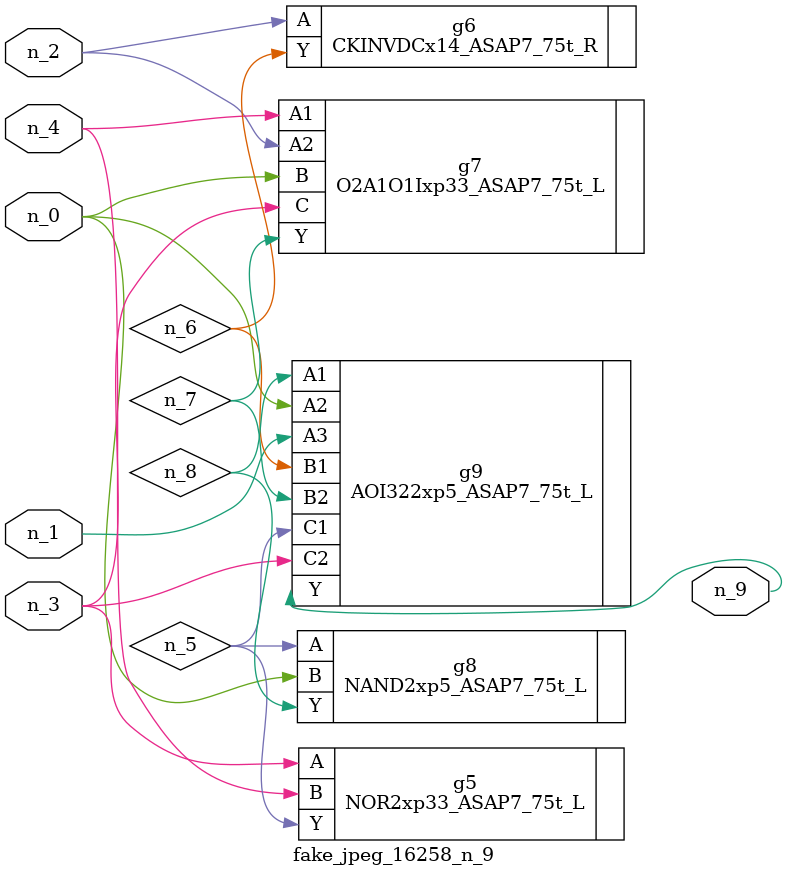
<source format=v>
module fake_jpeg_16258_n_9 (n_3, n_2, n_1, n_0, n_4, n_9);

input n_3;
input n_2;
input n_1;
input n_0;
input n_4;

output n_9;

wire n_8;
wire n_6;
wire n_5;
wire n_7;

NOR2xp33_ASAP7_75t_L g5 ( 
.A(n_3),
.B(n_4),
.Y(n_5)
);

CKINVDCx14_ASAP7_75t_R g6 ( 
.A(n_2),
.Y(n_6)
);

O2A1O1Ixp33_ASAP7_75t_L g7 ( 
.A1(n_4),
.A2(n_2),
.B(n_0),
.C(n_3),
.Y(n_7)
);

NAND2xp5_ASAP7_75t_L g8 ( 
.A(n_5),
.B(n_0),
.Y(n_8)
);

AOI322xp5_ASAP7_75t_L g9 ( 
.A1(n_8),
.A2(n_0),
.A3(n_1),
.B1(n_6),
.B2(n_7),
.C1(n_5),
.C2(n_3),
.Y(n_9)
);


endmodule
</source>
